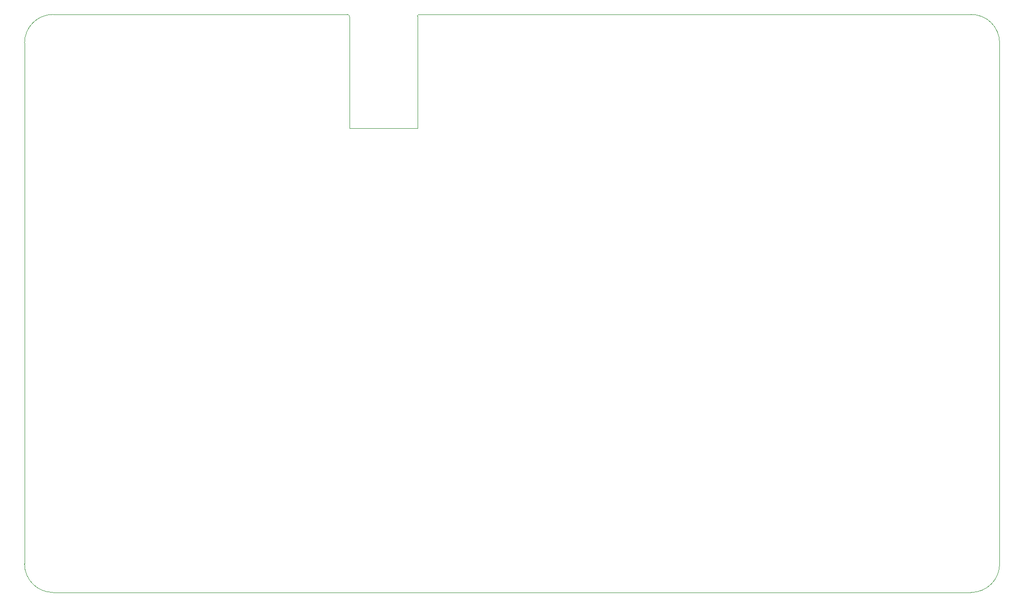
<source format=gbr>
%TF.GenerationSoftware,KiCad,Pcbnew,7.0.6*%
%TF.CreationDate,2024-01-12T12:33:24+02:00*%
%TF.ProjectId,Flatbox-rev5,466c6174-626f-4782-9d72-6576352e6b69,rev?*%
%TF.SameCoordinates,Original*%
%TF.FileFunction,Profile,NP*%
%FSLAX46Y46*%
G04 Gerber Fmt 4.6, Leading zero omitted, Abs format (unit mm)*
G04 Created by KiCad (PCBNEW 7.0.6) date 2024-01-12 12:33:24*
%MOMM*%
%LPD*%
G01*
G04 APERTURE LIST*
%TA.AperFunction,Profile*%
%ADD10C,0.050000*%
%TD*%
G04 APERTURE END LIST*
D10*
X237000000Y-50500000D02*
X237000000Y-142000000D01*
X66000000Y-142000000D02*
G75*
G03*
X71000000Y-147000000I5000000J0D01*
G01*
X232000000Y-147000000D02*
X71000000Y-147000000D01*
X66000000Y-142000000D02*
X66000000Y-50500000D01*
X71000000Y-45500000D02*
G75*
G03*
X66000000Y-50500000I0J-5000000D01*
G01*
X135200000Y-45500000D02*
X232000000Y-45500000D01*
X135200000Y-45500000D02*
G75*
G03*
X134900000Y-45800000I0J-300000D01*
G01*
X134900000Y-65500000D02*
X134900000Y-45800000D01*
X123000000Y-45900000D02*
X123000000Y-65500000D01*
X71000000Y-45500000D02*
X122600000Y-45500000D01*
X232000000Y-147000000D02*
G75*
G03*
X237000000Y-142000000I0J5000000D01*
G01*
X237000000Y-50500000D02*
G75*
G03*
X232000000Y-45500000I-5000000J0D01*
G01*
X123000000Y-45900000D02*
G75*
G03*
X122600000Y-45500000I-400000J0D01*
G01*
X123000000Y-65500000D02*
X134900000Y-65500000D01*
M02*

</source>
